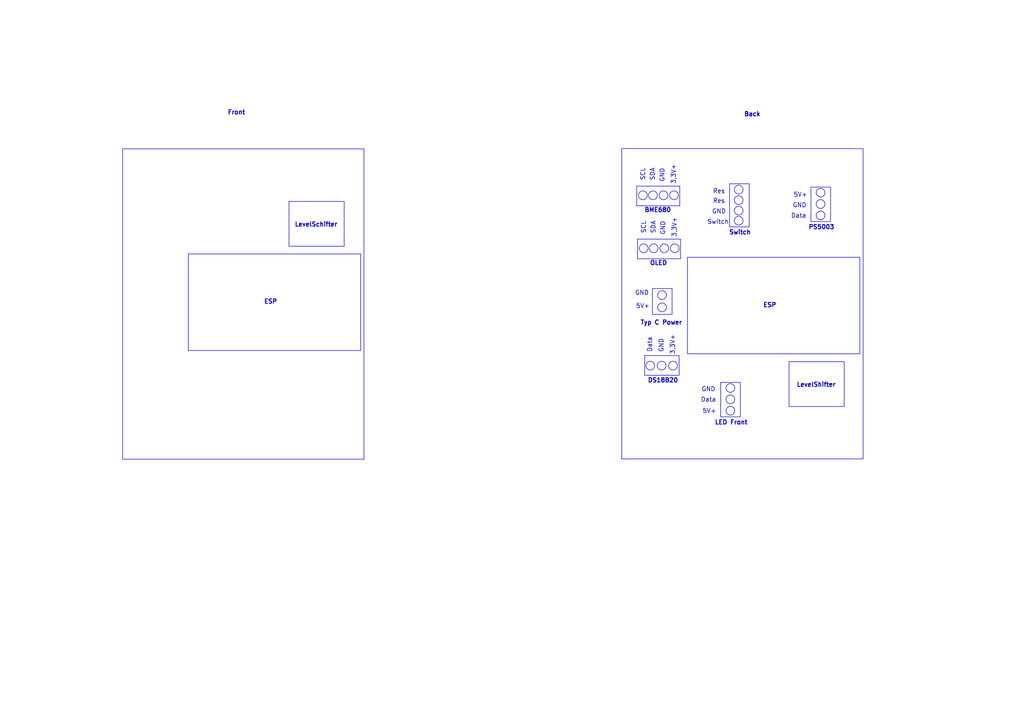
<source format=kicad_sch>
(kicad_sch
	(version 20250114)
	(generator "eeschema")
	(generator_version "9.0")
	(uuid "e95cfa2b-71c7-4259-b6ac-04a8f0dc0b72")
	(paper "A4")
	(lib_symbols)
	(circle
		(center 186.69 72.009)
		(radius 1.27)
		(stroke
			(width 0)
			(type default)
		)
		(fill
			(type color)
			(color 0 0 0 0)
		)
		(uuid 0bfda75a-fa19-47cd-9d01-b80f786df228)
	)
	(rectangle
		(start 54.61 73.66)
		(end 104.61 101.66)
		(stroke
			(width 0)
			(type default)
		)
		(fill
			(type none)
		)
		(uuid 14d411fe-4d89-406a-819a-e6bec4af9561)
	)
	(circle
		(center 211.836 115.824)
		(radius 1.27)
		(stroke
			(width 0)
			(type default)
		)
		(fill
			(type color)
			(color 0 0 0 0)
		)
		(uuid 29a5f558-b0de-4050-9a2f-018549ef339a)
	)
	(rectangle
		(start 184.658 59.69)
		(end 197.158 53.99)
		(stroke
			(width 0)
			(type default)
		)
		(fill
			(type none)
		)
		(uuid 3c72f087-8ce1-41cf-a236-886129beecde)
	)
	(circle
		(center 189.378 56.642)
		(radius 1.27)
		(stroke
			(width 0)
			(type default)
		)
		(fill
			(type color)
			(color 0 0 0 0)
		)
		(uuid 3f41fc7d-8ccc-412b-a377-4961105eb80d)
	)
	(circle
		(center 191.897 106.045)
		(radius 1.27)
		(stroke
			(width 0)
			(type default)
		)
		(fill
			(type color)
			(color 0 0 0 0)
		)
		(uuid 3fb2f676-2f8d-4405-a4a8-6a701b0e3f62)
	)
	(circle
		(center 195.199 106.045)
		(radius 1.27)
		(stroke
			(width 0)
			(type default)
		)
		(fill
			(type color)
			(color 0 0 0 0)
		)
		(uuid 42ef600d-9c41-4471-8fb6-15af11766ea8)
	)
	(circle
		(center 214.249 61.087)
		(radius 1.27)
		(stroke
			(width 0)
			(type default)
		)
		(fill
			(type color)
			(color 0 0 0 0)
		)
		(uuid 438805f2-808b-4455-984d-0b525a002aaa)
	)
	(circle
		(center 186.457 56.642)
		(radius 1.27)
		(stroke
			(width 0)
			(type default)
		)
		(fill
			(type color)
			(color 0 0 0 0)
		)
		(uuid 44598ab6-5b3a-4190-9c37-82367de67d34)
	)
	(circle
		(center 192.024 85.598)
		(radius 1.27)
		(stroke
			(width 0)
			(type default)
		)
		(fill
			(type color)
			(color 0 0 0 0)
		)
		(uuid 51dc9714-0378-4f4e-bbbe-4c3eee77e4e8)
	)
	(circle
		(center 192.024 89.154)
		(radius 1.27)
		(stroke
			(width 0)
			(type default)
		)
		(fill
			(type color)
			(color 0 0 0 0)
		)
		(uuid 579b3441-69de-4d03-aafd-75e29c3450c6)
	)
	(circle
		(center 237.998 55.88)
		(radius 1.27)
		(stroke
			(width 0)
			(type default)
		)
		(fill
			(type color)
			(color 0 0 0 0)
		)
		(uuid 60afdb96-01d3-4c00-9b1e-00af31559cad)
	)
	(circle
		(center 237.998 62.484)
		(radius 1.27)
		(stroke
			(width 0)
			(type default)
		)
		(fill
			(type color)
			(color 0 0 0 0)
		)
		(uuid 63babb99-a20b-419c-939e-f011d723f19b)
	)
	(rectangle
		(start 209.042 120.904)
		(end 214.742 110.904)
		(stroke
			(width 0)
			(type default)
		)
		(fill
			(type none)
		)
		(uuid 68003904-cd92-436f-8ad4-14f5df59c052)
	)
	(circle
		(center 195.474 56.642)
		(radius 1.27)
		(stroke
			(width 0)
			(type default)
		)
		(fill
			(type color)
			(color 0 0 0 0)
		)
		(uuid 68aada79-a37b-4899-922c-a1ea65763602)
	)
	(circle
		(center 214.249 54.991)
		(radius 1.27)
		(stroke
			(width 0)
			(type default)
		)
		(fill
			(type color)
			(color 0 0 0 0)
		)
		(uuid 68cc1819-a940-44b2-bbba-dc78755fa7e4)
	)
	(circle
		(center 189.611 72.009)
		(radius 1.27)
		(stroke
			(width 0)
			(type default)
		)
		(fill
			(type color)
			(color 0 0 0 0)
		)
		(uuid 7c72f46d-98d2-4350-a2c8-b2620e06a83d)
	)
	(rectangle
		(start 189.23 91.186)
		(end 194.93 83.686)
		(stroke
			(width 0)
			(type default)
		)
		(fill
			(type none)
		)
		(uuid 82e54091-511a-4007-8b50-f589c6a73ff8)
	)
	(rectangle
		(start 83.82 58.42)
		(end 99.82 71.42)
		(stroke
			(width 0)
			(type default)
		)
		(fill
			(type none)
		)
		(uuid 8c79bf6f-4b9b-4ed1-a1cc-1651f5450deb)
	)
	(rectangle
		(start 217.297 65.807)
		(end 211.597 53.307)
		(stroke
			(width 0)
			(type default)
		)
		(fill
			(type none)
		)
		(uuid 934182a4-1be7-495a-ad7a-f63ddc99cad8)
	)
	(circle
		(center 188.595 106.045)
		(radius 1.27)
		(stroke
			(width 0)
			(type default)
		)
		(fill
			(type color)
			(color 0 0 0 0)
		)
		(uuid 9b77877f-70cb-4a69-a0e8-121fda06a75b)
	)
	(rectangle
		(start 199.39 102.616)
		(end 249.39 74.616)
		(stroke
			(width 0)
			(type default)
		)
		(fill
			(type none)
		)
		(uuid a2163dbd-6bab-475c-a8c8-d4281d8a0cfa)
	)
	(circle
		(center 192.659 72.009)
		(radius 1.27)
		(stroke
			(width 0)
			(type default)
		)
		(fill
			(type color)
			(color 0 0 0 0)
		)
		(uuid a2c394a9-a79d-4044-8888-586b81db3473)
	)
	(rectangle
		(start 180.34 133.096)
		(end 250.34 43.096)
		(stroke
			(width 0)
			(type default)
		)
		(fill
			(type none)
		)
		(uuid a9803d52-c962-4953-9506-d27d5f3e94d1)
	)
	(rectangle
		(start 228.854 104.902)
		(end 244.854 117.902)
		(stroke
			(width 0)
			(type default)
		)
		(fill
			(type none)
		)
		(uuid b33dd037-a17f-485b-b126-1913696fa3f0)
	)
	(rectangle
		(start 184.891 75.057)
		(end 197.391 69.357)
		(stroke
			(width 0)
			(type default)
		)
		(fill
			(type none)
		)
		(uuid b3d20ca5-abc6-4379-8b7e-9b4304950165)
	)
	(circle
		(center 237.998 59.182)
		(radius 1.27)
		(stroke
			(width 0)
			(type default)
		)
		(fill
			(type color)
			(color 0 0 0 0)
		)
		(uuid bf0783cf-72d3-4884-90f5-5a2564c161ae)
	)
	(circle
		(center 195.707 72.009)
		(radius 1.27)
		(stroke
			(width 0)
			(type default)
		)
		(fill
			(type color)
			(color 0 0 0 0)
		)
		(uuid c0f467c5-9398-4d75-89b5-8a7b28781b03)
	)
	(circle
		(center 211.836 119.126)
		(radius 1.27)
		(stroke
			(width 0)
			(type default)
		)
		(fill
			(type color)
			(color 0 0 0 0)
		)
		(uuid c3e08922-02e1-470c-8e3b-47920cdbe034)
	)
	(circle
		(center 214.249 58.039)
		(radius 1.27)
		(stroke
			(width 0)
			(type default)
		)
		(fill
			(type color)
			(color 0 0 0 0)
		)
		(uuid c3e3b5ef-810b-4468-adc2-15d7a91a612a)
	)
	(circle
		(center 192.426 56.642)
		(radius 1.27)
		(stroke
			(width 0)
			(type default)
		)
		(fill
			(type color)
			(color 0 0 0 0)
		)
		(uuid ca28587d-2f24-4a0d-a462-b9893ddf85ad)
	)
	(rectangle
		(start 235.204 64.262)
		(end 240.904 54.262)
		(stroke
			(width 0)
			(type default)
		)
		(fill
			(type none)
		)
		(uuid dadb0339-9c09-4683-a63d-42d7ec0a3069)
	)
	(circle
		(center 214.249 64.008)
		(radius 1.27)
		(stroke
			(width 0)
			(type default)
		)
		(fill
			(type color)
			(color 0 0 0 0)
		)
		(uuid dae514f6-7875-4b86-8726-1b35be46fd7f)
	)
	(rectangle
		(start 186.977 103.139)
		(end 196.977 108.839)
		(stroke
			(width 0)
			(type default)
		)
		(fill
			(type none)
		)
		(uuid dd30099d-7ba7-4e9e-adb9-c2684ddc0df2)
	)
	(circle
		(center 211.836 112.522)
		(radius 1.27)
		(stroke
			(width 0)
			(type default)
		)
		(fill
			(type color)
			(color 0 0 0 0)
		)
		(uuid e0f11588-9b9e-4a7e-882f-fdeeacb782e9)
	)
	(rectangle
		(start 35.56 43.18)
		(end 105.56 133.18)
		(stroke
			(width 0)
			(type default)
		)
		(fill
			(type none)
		)
		(uuid e59d0928-eb92-4179-8703-5a0dea8c70b3)
	)
	(text "GND"
		(exclude_from_sim no)
		(at 231.902 59.69 0)
		(effects
			(font
				(size 1.27 1.27)
				(thickness 0.1588)
			)
		)
		(uuid "0420ed0b-d150-4670-82ca-56b718ca9948")
	)
	(text "BME680"
		(exclude_from_sim no)
		(at 190.775 61.087 0)
		(effects
			(font
				(size 1.27 1.27)
				(thickness 0.254)
				(bold yes)
			)
		)
		(uuid "0c2a3be8-5ff5-40f2-b177-08d2cec7cce3")
	)
	(text "5V+"
		(exclude_from_sim no)
		(at 232.156 56.642 0)
		(effects
			(font
				(size 1.27 1.27)
				(thickness 0.1588)
			)
		)
		(uuid "0f144a90-ede4-4ba3-974a-73fc55bd9aa7")
	)
	(text "5V+"
		(exclude_from_sim no)
		(at 205.74 119.38 0)
		(effects
			(font
				(size 1.27 1.27)
				(thickness 0.1588)
			)
		)
		(uuid "2a4b0ffe-1f64-4f7f-80f2-df768f00729e")
	)
	(text "GND"
		(exclude_from_sim no)
		(at 186.182 85.09 0)
		(effects
			(font
				(size 1.27 1.27)
				(thickness 0.1588)
			)
		)
		(uuid "3368e2e4-7f64-47ec-8c1b-d0b808a7cae8")
	)
	(text "Data"
		(exclude_from_sim no)
		(at 205.486 116.078 0)
		(effects
			(font
				(size 1.27 1.27)
				(thickness 0.1588)
			)
		)
		(uuid "34e7fe0e-b593-4ee2-9b7e-a1b870f3075d")
	)
	(text "Switch"
		(exclude_from_sim no)
		(at 208.28 64.516 0)
		(effects
			(font
				(size 1.27 1.27)
				(thickness 0.1588)
			)
		)
		(uuid "36f3c997-806a-4a95-8a20-2946b0494942")
	)
	(text "SDA"
		(exclude_from_sim no)
		(at 189.251 50.673 90)
		(effects
			(font
				(size 1.27 1.27)
				(thickness 0.1588)
			)
		)
		(uuid "47c566c7-fc11-432c-9b74-3f3fefdb787e")
	)
	(text "SCL"
		(exclude_from_sim no)
		(at 186.69 66.04 90)
		(effects
			(font
				(size 1.27 1.27)
				(thickness 0.1588)
			)
		)
		(uuid "4bc5a721-218e-48ee-976e-e462dbaeb2db")
	)
	(text "LevelSchifter"
		(exclude_from_sim no)
		(at 91.694 65.278 0)
		(effects
			(font
				(size 1.27 1.27)
				(thickness 0.254)
				(bold yes)
			)
		)
		(uuid "4c1f14d7-dbbf-44db-85d8-514ade809113")
	)
	(text "SDA"
		(exclude_from_sim no)
		(at 189.484 66.04 90)
		(effects
			(font
				(size 1.27 1.27)
				(thickness 0.1588)
			)
		)
		(uuid "524a8c31-7b16-44ac-a28d-7550773e55a1")
	)
	(text "OLED"
		(exclude_from_sim no)
		(at 191.008 76.454 0)
		(effects
			(font
				(size 1.27 1.27)
				(thickness 0.254)
				(bold yes)
			)
		)
		(uuid "529faa4a-782b-4618-9b17-d7428101ec13")
	)
	(text "ESP"
		(exclude_from_sim no)
		(at 223.266 88.646 0)
		(effects
			(font
				(size 1.27 1.27)
				(thickness 0.254)
				(bold yes)
			)
		)
		(uuid "57843f18-ac96-478c-b09d-49555158b228")
	)
	(text "PS5003\n"
		(exclude_from_sim no)
		(at 238.252 66.04 0)
		(effects
			(font
				(size 1.27 1.27)
				(thickness 0.254)
				(bold yes)
			)
		)
		(uuid "595fc8aa-a38e-4296-80cd-6d5b0c347bd7")
	)
	(text "SCL"
		(exclude_from_sim no)
		(at 186.457 50.673 90)
		(effects
			(font
				(size 1.27 1.27)
				(thickness 0.1588)
			)
		)
		(uuid "75433fc8-ca60-490f-8909-c5934274652b")
	)
	(text "GND"
		(exclude_from_sim no)
		(at 192.278 66.294 90)
		(effects
			(font
				(size 1.27 1.27)
				(thickness 0.1588)
			)
		)
		(uuid "7b0e0931-cffe-4d11-870e-59ec1d4af122")
	)
	(text "Back"
		(exclude_from_sim no)
		(at 218.186 33.274 0)
		(effects
			(font
				(size 1.27 1.27)
				(thickness 0.254)
				(bold yes)
			)
		)
		(uuid "7f50bf58-eb52-4e76-9996-61d800732819")
	)
	(text "Typ C Power "
		(exclude_from_sim no)
		(at 192.278 93.726 0)
		(effects
			(font
				(size 1.27 1.27)
				(thickness 0.254)
				(bold yes)
			)
		)
		(uuid "85bb9e80-fe61-4c4d-948b-9febf83f1f90")
	)
	(text "GND"
		(exclude_from_sim no)
		(at 191.77 100.33 90)
		(effects
			(font
				(size 1.27 1.27)
				(thickness 0.1588)
			)
		)
		(uuid "93423ce9-507e-46d8-9345-6f4db6eee1e1")
	)
	(text "3,3V+"
		(exclude_from_sim no)
		(at 195.58 66.04 90)
		(effects
			(font
				(size 1.27 1.27)
				(thickness 0.1588)
			)
		)
		(uuid "9b9cb33d-2fac-41f1-a428-a959f6b9c649")
	)
	(text "3,3V+"
		(exclude_from_sim no)
		(at 195.347 50.673 90)
		(effects
			(font
				(size 1.27 1.27)
				(thickness 0.1588)
			)
		)
		(uuid "a1df5fe1-df1d-4936-9906-abc621c9d875")
	)
	(text "LED Front"
		(exclude_from_sim no)
		(at 212.09 122.682 0)
		(effects
			(font
				(size 1.27 1.27)
				(thickness 0.254)
				(bold yes)
			)
		)
		(uuid "a2db3c13-5832-4f74-b95a-d4aa7c1206bb")
	)
	(text "GND"
		(exclude_from_sim no)
		(at 205.486 113.03 0)
		(effects
			(font
				(size 1.27 1.27)
				(thickness 0.1588)
			)
		)
		(uuid "a5d0094b-297d-4b42-8f98-53c0743bb8f2")
	)
	(text "Data"
		(exclude_from_sim no)
		(at 231.648 62.738 0)
		(effects
			(font
				(size 1.27 1.27)
				(thickness 0.1588)
			)
		)
		(uuid "b94a7cf5-0b93-48a1-a5d1-8a3055626a5e")
	)
	(text "Front"
		(exclude_from_sim no)
		(at 68.58 32.766 0)
		(effects
			(font
				(size 1.27 1.27)
				(thickness 0.254)
				(bold yes)
			)
		)
		(uuid "be5a35f2-2470-4ea5-9dea-86b4e5acf071")
	)
	(text "DS18B20"
		(exclude_from_sim no)
		(at 192.278 110.49 0)
		(effects
			(font
				(size 1.27 1.27)
				(thickness 0.254)
				(bold yes)
			)
		)
		(uuid "bec1d4c5-e468-4e13-a1cd-befcf081bfaf")
	)
	(text "GND"
		(exclude_from_sim no)
		(at 208.534 61.468 0)
		(effects
			(font
				(size 1.27 1.27)
				(thickness 0.1588)
			)
		)
		(uuid "c33d2979-6d3f-482e-a9cb-c533bc3fc763")
	)
	(text "LevelShifter"
		(exclude_from_sim no)
		(at 236.728 111.76 0)
		(effects
			(font
				(size 1.27 1.27)
				(thickness 0.254)
				(bold yes)
			)
		)
		(uuid "c3863094-5a11-4580-a8da-2c02de3c4879")
	)
	(text "Data"
		(exclude_from_sim no)
		(at 188.468 100.076 90)
		(effects
			(font
				(size 1.27 1.27)
				(thickness 0.1588)
			)
		)
		(uuid "d27d798e-ba74-4ef3-a57f-27e429b65aa0")
	)
	(text "Res"
		(exclude_from_sim no)
		(at 208.534 55.626 0)
		(effects
			(font
				(size 1.27 1.27)
				(thickness 0.1588)
			)
		)
		(uuid "ed3c8ecf-759e-400d-91b2-95bddbbac326")
	)
	(text "Res"
		(exclude_from_sim no)
		(at 208.534 58.42 0)
		(effects
			(font
				(size 1.27 1.27)
				(thickness 0.1588)
			)
		)
		(uuid "f1b578a6-e458-4387-bc58-53ce25077717")
	)
	(text "ESP"
		(exclude_from_sim no)
		(at 78.486 87.63 0)
		(effects
			(font
				(size 1.27 1.27)
				(thickness 0.254)
				(bold yes)
			)
		)
		(uuid "f4bc8e7b-0b57-4fb7-b589-b3473e1b814e")
	)
	(text "GND"
		(exclude_from_sim no)
		(at 192.045 50.927 90)
		(effects
			(font
				(size 1.27 1.27)
				(thickness 0.1588)
			)
		)
		(uuid "f72505a4-b12c-4e3a-80f1-71450ae8c5ad")
	)
	(text "3,3V+"
		(exclude_from_sim no)
		(at 195.072 100.076 90)
		(effects
			(font
				(size 1.27 1.27)
				(thickness 0.1588)
			)
		)
		(uuid "fa73c20d-53a3-429b-aa4b-ad9b19e18f5e")
	)
	(text "5V+"
		(exclude_from_sim no)
		(at 186.436 88.9 0)
		(effects
			(font
				(size 1.27 1.27)
				(thickness 0.1588)
			)
		)
		(uuid "ff9820a3-ef35-4981-a2bb-33760b342842")
	)
	(text "Switch"
		(exclude_from_sim no)
		(at 214.63 67.564 0)
		(effects
			(font
				(size 1.27 1.27)
				(thickness 0.254)
				(bold yes)
			)
		)
		(uuid "ffc3edd3-c33e-4a73-a561-30b90de9e40d")
	)
)

</source>
